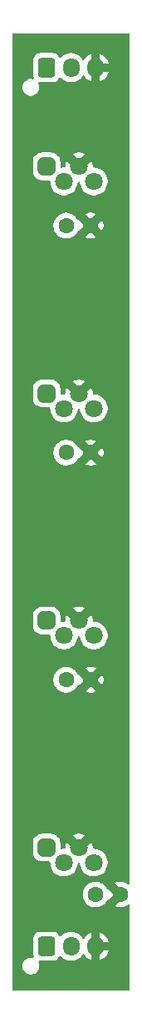
<source format=gbr>
%TF.GenerationSoftware,KiCad,Pcbnew,9.0.2*%
%TF.CreationDate,2025-12-27T16:53:07-07:00*%
%TF.ProjectId,LED Holder Logic Gates,4c454420-486f-46c6-9465-72204c6f6769,rev?*%
%TF.SameCoordinates,Original*%
%TF.FileFunction,Copper,L2,Bot*%
%TF.FilePolarity,Positive*%
%FSLAX46Y46*%
G04 Gerber Fmt 4.6, Leading zero omitted, Abs format (unit mm)*
G04 Created by KiCad (PCBNEW 9.0.2) date 2025-12-27 16:53:07*
%MOMM*%
%LPD*%
G01*
G04 APERTURE LIST*
G04 Aperture macros list*
%AMRoundRect*
0 Rectangle with rounded corners*
0 $1 Rounding radius*
0 $2 $3 $4 $5 $6 $7 $8 $9 X,Y pos of 4 corners*
0 Add a 4 corners polygon primitive as box body*
4,1,4,$2,$3,$4,$5,$6,$7,$8,$9,$2,$3,0*
0 Add four circle primitives for the rounded corners*
1,1,$1+$1,$2,$3*
1,1,$1+$1,$4,$5*
1,1,$1+$1,$6,$7*
1,1,$1+$1,$8,$9*
0 Add four rect primitives between the rounded corners*
20,1,$1+$1,$2,$3,$4,$5,0*
20,1,$1+$1,$4,$5,$6,$7,0*
20,1,$1+$1,$6,$7,$8,$9,0*
20,1,$1+$1,$8,$9,$2,$3,0*%
G04 Aperture macros list end*
%TA.AperFunction,ComponentPad*%
%ADD10C,1.600000*%
%TD*%
%TA.AperFunction,ComponentPad*%
%ADD11RoundRect,0.250000X-0.600000X-0.725000X0.600000X-0.725000X0.600000X0.725000X-0.600000X0.725000X0*%
%TD*%
%TA.AperFunction,ComponentPad*%
%ADD12O,1.700000X1.950000*%
%TD*%
%TA.AperFunction,ComponentPad*%
%ADD13RoundRect,0.450000X-0.450000X-0.450000X0.450000X-0.450000X0.450000X0.450000X-0.450000X0.450000X0*%
%TD*%
%TA.AperFunction,ComponentPad*%
%ADD14C,1.800000*%
%TD*%
G04 APERTURE END LIST*
D10*
%TO.P,C4,1*%
%TO.N,+5V*%
X135000000Y-163750000D03*
%TO.P,C4,2*%
%TO.N,GND*%
X137500000Y-163750000D03*
%TD*%
%TO.P,C3,1*%
%TO.N,+5V*%
X132000000Y-142000000D03*
%TO.P,C3,2*%
%TO.N,GND*%
X134500000Y-142000000D03*
%TD*%
%TO.P,C2,1*%
%TO.N,+5V*%
X132000000Y-119000000D03*
%TO.P,C2,2*%
%TO.N,GND*%
X134500000Y-119000000D03*
%TD*%
%TO.P,C1,1*%
%TO.N,+5V*%
X132000000Y-96000000D03*
%TO.P,C1,2*%
%TO.N,GND*%
X134500000Y-96000000D03*
%TD*%
D11*
%TO.P,J2,1,Pin_1*%
%TO.N,+5V*%
X130000000Y-169000000D03*
D12*
%TO.P,J2,2,Pin_2*%
%TO.N,Net-(D4-DOUT)*%
X132500000Y-169000000D03*
%TO.P,J2,3,Pin_3*%
%TO.N,GND*%
X135000000Y-169000000D03*
%TD*%
D11*
%TO.P,J1,1,Pin_1*%
%TO.N,+5V*%
X130000000Y-80000000D03*
D12*
%TO.P,J1,2,Pin_2*%
%TO.N,Net-(D1-DIN)*%
X132500000Y-80000000D03*
%TO.P,J1,3,Pin_3*%
%TO.N,GND*%
X135000000Y-80000000D03*
%TD*%
D13*
%TO.P,D4,1,DOUT*%
%TO.N,Net-(D4-DOUT)*%
X130000000Y-159000000D03*
D14*
%TO.P,D4,2,VCC*%
%TO.N,+5V*%
X131778000Y-160524000D03*
%TO.P,D4,3,GND*%
%TO.N,GND*%
X133302000Y-159000000D03*
%TO.P,D4,4,DIN*%
%TO.N,Net-(D3-DOUT)*%
X134826000Y-160524000D03*
%TD*%
D13*
%TO.P,D3,1,DOUT*%
%TO.N,Net-(D3-DOUT)*%
X130000000Y-136000000D03*
D14*
%TO.P,D3,2,VCC*%
%TO.N,+5V*%
X131778000Y-137524000D03*
%TO.P,D3,3,GND*%
%TO.N,GND*%
X133302000Y-136000000D03*
%TO.P,D3,4,DIN*%
%TO.N,Net-(D2-DOUT)*%
X134826000Y-137524000D03*
%TD*%
D13*
%TO.P,D2,1,DOUT*%
%TO.N,Net-(D2-DOUT)*%
X130000000Y-113000000D03*
D14*
%TO.P,D2,2,VCC*%
%TO.N,+5V*%
X131778000Y-114524000D03*
%TO.P,D2,3,GND*%
%TO.N,GND*%
X133302000Y-113000000D03*
%TO.P,D2,4,DIN*%
%TO.N,Net-(D1-DOUT)*%
X134826000Y-114524000D03*
%TD*%
D13*
%TO.P,D1,1,DOUT*%
%TO.N,Net-(D1-DOUT)*%
X130000000Y-90000000D03*
D14*
%TO.P,D1,2,VCC*%
%TO.N,+5V*%
X131778000Y-91524000D03*
%TO.P,D1,3,GND*%
%TO.N,GND*%
X133302000Y-90000000D03*
%TO.P,D1,4,DIN*%
%TO.N,Net-(D1-DIN)*%
X134826000Y-91524000D03*
%TD*%
%TA.AperFunction,Conductor*%
%TO.N,GND*%
G36*
X138442539Y-76520185D02*
G01*
X138488294Y-76572989D01*
X138499500Y-76624500D01*
X138499500Y-162625926D01*
X138479815Y-162692965D01*
X138427011Y-162738720D01*
X138357853Y-162748664D01*
X138302615Y-162726244D01*
X138181352Y-162638142D01*
X137999031Y-162545244D01*
X137804417Y-162482009D01*
X137602317Y-162450000D01*
X137397683Y-162450000D01*
X137195581Y-162482010D01*
X137195578Y-162482010D01*
X137000976Y-162545241D01*
X137000965Y-162545246D01*
X136955041Y-162568644D01*
X136955040Y-162568645D01*
X137730516Y-163344121D01*
X137764001Y-163405444D01*
X137761139Y-163445453D01*
X137745606Y-163429920D01*
X137654394Y-163377259D01*
X137552661Y-163350000D01*
X137447339Y-163350000D01*
X137345606Y-163377259D01*
X137254394Y-163429920D01*
X137179920Y-163504394D01*
X137127259Y-163595606D01*
X137100000Y-163697339D01*
X137100000Y-163802661D01*
X137127259Y-163904394D01*
X137179920Y-163995606D01*
X137254394Y-164070080D01*
X137345606Y-164122741D01*
X137447339Y-164150000D01*
X137552661Y-164150000D01*
X137654394Y-164122741D01*
X137745606Y-164070080D01*
X137763242Y-164052443D01*
X137759017Y-164111531D01*
X137730516Y-164155878D01*
X136955040Y-164931354D01*
X137000975Y-164954758D01*
X137195580Y-165017989D01*
X137397683Y-165050000D01*
X137602317Y-165050000D01*
X137804417Y-165017990D01*
X137999031Y-164954755D01*
X138181349Y-164861859D01*
X138302614Y-164773755D01*
X138368420Y-164750275D01*
X138436474Y-164766100D01*
X138485169Y-164816206D01*
X138499500Y-164874073D01*
X138499500Y-173375500D01*
X138479815Y-173442539D01*
X138427011Y-173488294D01*
X138375500Y-173499500D01*
X126624500Y-173499500D01*
X126557461Y-173479815D01*
X126511706Y-173427011D01*
X126500500Y-173375500D01*
X126500500Y-170916228D01*
X127549500Y-170916228D01*
X127549500Y-171083771D01*
X127582182Y-171248074D01*
X127582184Y-171248082D01*
X127646295Y-171402860D01*
X127739373Y-171542162D01*
X127857837Y-171660626D01*
X127950494Y-171722537D01*
X127997137Y-171753703D01*
X128151918Y-171817816D01*
X128316228Y-171850499D01*
X128316232Y-171850500D01*
X128316233Y-171850500D01*
X128483768Y-171850500D01*
X128483769Y-171850499D01*
X128648082Y-171817816D01*
X128802863Y-171753703D01*
X128942162Y-171660626D01*
X129060626Y-171542162D01*
X129153703Y-171402863D01*
X129217816Y-171248082D01*
X129250500Y-171083767D01*
X129250500Y-170916233D01*
X129217816Y-170751918D01*
X129171916Y-170641108D01*
X129164448Y-170571641D01*
X129195723Y-170509162D01*
X129255811Y-170473509D01*
X129299081Y-170470299D01*
X129302300Y-170470627D01*
X129349991Y-170475500D01*
X130650008Y-170475499D01*
X130752797Y-170464999D01*
X130919334Y-170409814D01*
X131068656Y-170317712D01*
X131192712Y-170193656D01*
X131284814Y-170044334D01*
X131284814Y-170044331D01*
X131288178Y-170038879D01*
X131340126Y-169992154D01*
X131409088Y-169980931D01*
X131473170Y-170008774D01*
X131481398Y-170016294D01*
X131620213Y-170155109D01*
X131792179Y-170280048D01*
X131792181Y-170280049D01*
X131792184Y-170280051D01*
X131981588Y-170376557D01*
X132183757Y-170442246D01*
X132393713Y-170475500D01*
X132393714Y-170475500D01*
X132606286Y-170475500D01*
X132606287Y-170475500D01*
X132816243Y-170442246D01*
X133018412Y-170376557D01*
X133207816Y-170280051D01*
X133254275Y-170246297D01*
X133379786Y-170155109D01*
X133379788Y-170155106D01*
X133379792Y-170155104D01*
X133530104Y-170004792D01*
X133649991Y-169839779D01*
X133705320Y-169797115D01*
X133774933Y-169791136D01*
X133836729Y-169823741D01*
X133850627Y-169839781D01*
X133970272Y-170004459D01*
X133970276Y-170004464D01*
X134120535Y-170154723D01*
X134120540Y-170154727D01*
X134292442Y-170279620D01*
X134481779Y-170376094D01*
X134481785Y-170376096D01*
X134549999Y-170398259D01*
X134550000Y-170398259D01*
X135450000Y-170398259D01*
X135518214Y-170376096D01*
X135518220Y-170376094D01*
X135707557Y-170279620D01*
X135879459Y-170154727D01*
X135879464Y-170154723D01*
X136029723Y-170004464D01*
X136029727Y-170004459D01*
X136154620Y-169832557D01*
X136251092Y-169643222D01*
X136313875Y-169450000D01*
X135450000Y-169450000D01*
X135450000Y-170398259D01*
X134550000Y-170398259D01*
X134550000Y-169155837D01*
X134557370Y-169183343D01*
X134619905Y-169291657D01*
X134708343Y-169380095D01*
X134816657Y-169442630D01*
X134937465Y-169475000D01*
X135062535Y-169475000D01*
X135183343Y-169442630D01*
X135291657Y-169380095D01*
X135380095Y-169291657D01*
X135442630Y-169183343D01*
X135475000Y-169062535D01*
X135475000Y-168937465D01*
X135442630Y-168816657D01*
X135380095Y-168708343D01*
X135291657Y-168619905D01*
X135183343Y-168557370D01*
X135155837Y-168550000D01*
X135450000Y-168550000D01*
X136313875Y-168550000D01*
X136313874Y-168549999D01*
X136251092Y-168356777D01*
X136154620Y-168167442D01*
X136029727Y-167995540D01*
X136029723Y-167995535D01*
X135879464Y-167845276D01*
X135879459Y-167845272D01*
X135707557Y-167720379D01*
X135518222Y-167623907D01*
X135450000Y-167601740D01*
X135450000Y-168550000D01*
X135155837Y-168550000D01*
X135062535Y-168525000D01*
X134937465Y-168525000D01*
X134816657Y-168557370D01*
X134708343Y-168619905D01*
X134619905Y-168708343D01*
X134557370Y-168816657D01*
X134550000Y-168844162D01*
X134550000Y-167601740D01*
X134549999Y-167601740D01*
X134481777Y-167623907D01*
X134292442Y-167720379D01*
X134120540Y-167845272D01*
X134120535Y-167845276D01*
X133970276Y-167995535D01*
X133970272Y-167995540D01*
X133850627Y-168160218D01*
X133795297Y-168202884D01*
X133725684Y-168208863D01*
X133663889Y-168176257D01*
X133649991Y-168160218D01*
X133530109Y-167995214D01*
X133530105Y-167995209D01*
X133379786Y-167844890D01*
X133207820Y-167719951D01*
X133018414Y-167623444D01*
X133018413Y-167623443D01*
X133018412Y-167623443D01*
X132816243Y-167557754D01*
X132816241Y-167557753D01*
X132816240Y-167557753D01*
X132654957Y-167532208D01*
X132606287Y-167524500D01*
X132393713Y-167524500D01*
X132345042Y-167532208D01*
X132183760Y-167557753D01*
X131981585Y-167623444D01*
X131792179Y-167719951D01*
X131620215Y-167844889D01*
X131481398Y-167983706D01*
X131420075Y-168017190D01*
X131350383Y-168012206D01*
X131294450Y-167970334D01*
X131288178Y-167961120D01*
X131192712Y-167806344D01*
X131068657Y-167682289D01*
X131068656Y-167682288D01*
X130919334Y-167590186D01*
X130752797Y-167535001D01*
X130752795Y-167535000D01*
X130650010Y-167524500D01*
X129349998Y-167524500D01*
X129349981Y-167524501D01*
X129247203Y-167535000D01*
X129247200Y-167535001D01*
X129080668Y-167590185D01*
X129080663Y-167590187D01*
X128931342Y-167682289D01*
X128807289Y-167806342D01*
X128715187Y-167955663D01*
X128715185Y-167955668D01*
X128710325Y-167970334D01*
X128660001Y-168122203D01*
X128660001Y-168122204D01*
X128660000Y-168122204D01*
X128649500Y-168224983D01*
X128649500Y-169775001D01*
X128649501Y-169775018D01*
X128660000Y-169877796D01*
X128660001Y-169877799D01*
X128701830Y-170004028D01*
X128704232Y-170073856D01*
X128668500Y-170133898D01*
X128605980Y-170165091D01*
X128559934Y-170164650D01*
X128508015Y-170154323D01*
X128483767Y-170149500D01*
X128316233Y-170149500D01*
X128316228Y-170149500D01*
X128151925Y-170182182D01*
X128151917Y-170182184D01*
X127997139Y-170246295D01*
X127857837Y-170339373D01*
X127739373Y-170457837D01*
X127646295Y-170597139D01*
X127582184Y-170751917D01*
X127582182Y-170751925D01*
X127549500Y-170916228D01*
X126500500Y-170916228D01*
X126500500Y-163647648D01*
X133699500Y-163647648D01*
X133699500Y-163852351D01*
X133731522Y-164054534D01*
X133794781Y-164249223D01*
X133887715Y-164431613D01*
X134008028Y-164597213D01*
X134152786Y-164741971D01*
X134254964Y-164816206D01*
X134318390Y-164862287D01*
X134434607Y-164921503D01*
X134500776Y-164955218D01*
X134500778Y-164955218D01*
X134500781Y-164955220D01*
X134605137Y-164989127D01*
X134695465Y-165018477D01*
X134796557Y-165034488D01*
X134897648Y-165050500D01*
X134897649Y-165050500D01*
X135102351Y-165050500D01*
X135102352Y-165050500D01*
X135304534Y-165018477D01*
X135499219Y-164955220D01*
X135681610Y-164862287D01*
X135803465Y-164773755D01*
X135847213Y-164741971D01*
X135847215Y-164741968D01*
X135847219Y-164741966D01*
X135991966Y-164597219D01*
X135991968Y-164597215D01*
X135991971Y-164597213D01*
X136112286Y-164431611D01*
X136151224Y-164355191D01*
X136199198Y-164304395D01*
X136267019Y-164287599D01*
X136281109Y-164289012D01*
X136318646Y-164294958D01*
X136863604Y-163750000D01*
X136863604Y-163749999D01*
X136318645Y-163205040D01*
X136281108Y-163210986D01*
X136211814Y-163202032D01*
X136158362Y-163157036D01*
X136151224Y-163144808D01*
X136150276Y-163142949D01*
X136112287Y-163068390D01*
X136104556Y-163057749D01*
X135991971Y-162902786D01*
X135847213Y-162758028D01*
X135681613Y-162637715D01*
X135681612Y-162637714D01*
X135681610Y-162637713D01*
X135624653Y-162608691D01*
X135499223Y-162544781D01*
X135304534Y-162481522D01*
X135129995Y-162453878D01*
X135102352Y-162449500D01*
X134897648Y-162449500D01*
X134873329Y-162453351D01*
X134695465Y-162481522D01*
X134500776Y-162544781D01*
X134318386Y-162637715D01*
X134152786Y-162758028D01*
X134008028Y-162902786D01*
X133887715Y-163068386D01*
X133794781Y-163250776D01*
X133731522Y-163445465D01*
X133699500Y-163647648D01*
X126500500Y-163647648D01*
X126500500Y-158494863D01*
X128599500Y-158494863D01*
X128599500Y-159505136D01*
X128609582Y-159618548D01*
X128662762Y-159804405D01*
X128662763Y-159804406D01*
X128752266Y-159975751D01*
X128760946Y-159986396D01*
X128874428Y-160125571D01*
X128949339Y-160186652D01*
X129024249Y-160247734D01*
X129195594Y-160337237D01*
X129381448Y-160390417D01*
X129494862Y-160400500D01*
X130253500Y-160400500D01*
X130320539Y-160420185D01*
X130366294Y-160472989D01*
X130377500Y-160524500D01*
X130377500Y-160634221D01*
X130411985Y-160851952D01*
X130480103Y-161061603D01*
X130480104Y-161061606D01*
X130580187Y-161258025D01*
X130709752Y-161436358D01*
X130709756Y-161436363D01*
X130865636Y-161592243D01*
X130865641Y-161592247D01*
X131021192Y-161705260D01*
X131043978Y-161721815D01*
X131172375Y-161787237D01*
X131240393Y-161821895D01*
X131240396Y-161821896D01*
X131345221Y-161855955D01*
X131450049Y-161890015D01*
X131667778Y-161924500D01*
X131667779Y-161924500D01*
X131888221Y-161924500D01*
X131888222Y-161924500D01*
X132105951Y-161890015D01*
X132315606Y-161821895D01*
X132512022Y-161721815D01*
X132690365Y-161592242D01*
X132846242Y-161436365D01*
X132975815Y-161258022D01*
X133075895Y-161061606D01*
X133144015Y-160851951D01*
X133178500Y-160634222D01*
X133178500Y-160634220D01*
X133179262Y-160629410D01*
X133180697Y-160629637D01*
X133203270Y-160570421D01*
X133259503Y-160528953D01*
X133329229Y-160524469D01*
X133390309Y-160558394D01*
X133423353Y-160619957D01*
X133424712Y-160629414D01*
X133424738Y-160629410D01*
X133459985Y-160851952D01*
X133528103Y-161061603D01*
X133528104Y-161061606D01*
X133628187Y-161258025D01*
X133757752Y-161436358D01*
X133757756Y-161436363D01*
X133913636Y-161592243D01*
X133913641Y-161592247D01*
X134069192Y-161705260D01*
X134091978Y-161721815D01*
X134220375Y-161787237D01*
X134288393Y-161821895D01*
X134288396Y-161821896D01*
X134393221Y-161855955D01*
X134498049Y-161890015D01*
X134715778Y-161924500D01*
X134715779Y-161924500D01*
X134936221Y-161924500D01*
X134936222Y-161924500D01*
X135153951Y-161890015D01*
X135363606Y-161821895D01*
X135560022Y-161721815D01*
X135738365Y-161592242D01*
X135894242Y-161436365D01*
X136023815Y-161258022D01*
X136123895Y-161061606D01*
X136192015Y-160851951D01*
X136226500Y-160634222D01*
X136226500Y-160413778D01*
X136192015Y-160196049D01*
X136123895Y-159986394D01*
X136123895Y-159986393D01*
X136089237Y-159918375D01*
X136023815Y-159789978D01*
X136007260Y-159767192D01*
X135894247Y-159611641D01*
X135894243Y-159611636D01*
X135738363Y-159455756D01*
X135738358Y-159455752D01*
X135560025Y-159326187D01*
X135560024Y-159326186D01*
X135560022Y-159326185D01*
X135462130Y-159276306D01*
X135363606Y-159226104D01*
X135363603Y-159226103D01*
X135153952Y-159157985D01*
X135003558Y-159134165D01*
X134936222Y-159123500D01*
X134826000Y-159123500D01*
X134758961Y-159103815D01*
X134713206Y-159051011D01*
X134702000Y-158999500D01*
X134702000Y-158889818D01*
X134667526Y-158672164D01*
X134599429Y-158462584D01*
X134557702Y-158380691D01*
X133707878Y-159230516D01*
X133679617Y-159245947D01*
X133721333Y-159173694D01*
X133752000Y-159059244D01*
X133752000Y-158940756D01*
X133721333Y-158826306D01*
X133662090Y-158723694D01*
X133578306Y-158639910D01*
X133475694Y-158580667D01*
X133361244Y-158550000D01*
X133242756Y-158550000D01*
X133128306Y-158580667D01*
X133025694Y-158639910D01*
X132941910Y-158723694D01*
X132882667Y-158826306D01*
X132852000Y-158940756D01*
X132852000Y-159059244D01*
X132882667Y-159173694D01*
X132926891Y-159250292D01*
X132896121Y-159230517D01*
X132046295Y-158380691D01*
X132004568Y-158462587D01*
X131936473Y-158672164D01*
X131902000Y-158889818D01*
X131902000Y-158999500D01*
X131882315Y-159066539D01*
X131829511Y-159112294D01*
X131778000Y-159123500D01*
X131667778Y-159123500D01*
X131543897Y-159143120D01*
X131474604Y-159134165D01*
X131421152Y-159089169D01*
X131400513Y-159022417D01*
X131400500Y-159020647D01*
X131400500Y-158494869D01*
X131400500Y-158494862D01*
X131390417Y-158381448D01*
X131337237Y-158195594D01*
X131247734Y-158024249D01*
X131186652Y-157949339D01*
X131125571Y-157874428D01*
X131033700Y-157799518D01*
X130975751Y-157752266D01*
X130960491Y-157744295D01*
X132682691Y-157744295D01*
X133302000Y-158363604D01*
X133302001Y-158363604D01*
X133921306Y-157744296D01*
X133839413Y-157702568D01*
X133839410Y-157702567D01*
X133629835Y-157634473D01*
X133412181Y-157600000D01*
X133191819Y-157600000D01*
X132974164Y-157634473D01*
X132764587Y-157702568D01*
X132682691Y-157744295D01*
X130960491Y-157744295D01*
X130880607Y-157702567D01*
X130804405Y-157662762D01*
X130649845Y-157618537D01*
X130618552Y-157609583D01*
X130618551Y-157609582D01*
X130618548Y-157609582D01*
X130529662Y-157601680D01*
X130505138Y-157599500D01*
X129494862Y-157599500D01*
X129482599Y-157600590D01*
X129381451Y-157609582D01*
X129195594Y-157662762D01*
X129024250Y-157752265D01*
X128874428Y-157874428D01*
X128752265Y-158024250D01*
X128662762Y-158195594D01*
X128609582Y-158381451D01*
X128599500Y-158494863D01*
X126500500Y-158494863D01*
X126500500Y-141897648D01*
X130699500Y-141897648D01*
X130699500Y-142102351D01*
X130731522Y-142304534D01*
X130794781Y-142499223D01*
X130887715Y-142681613D01*
X131008028Y-142847213D01*
X131152786Y-142991971D01*
X131307749Y-143104556D01*
X131318390Y-143112287D01*
X131434607Y-143171503D01*
X131500776Y-143205218D01*
X131500778Y-143205218D01*
X131500781Y-143205220D01*
X131605137Y-143239127D01*
X131695465Y-143268477D01*
X131796557Y-143284488D01*
X131897648Y-143300500D01*
X131897649Y-143300500D01*
X132102351Y-143300500D01*
X132102352Y-143300500D01*
X132304534Y-143268477D01*
X132499219Y-143205220D01*
X132546059Y-143181354D01*
X133955040Y-143181354D01*
X134000975Y-143204758D01*
X134195580Y-143267989D01*
X134397683Y-143300000D01*
X134602317Y-143300000D01*
X134804417Y-143267990D01*
X134999031Y-143204755D01*
X135044958Y-143181353D01*
X134500001Y-142636396D01*
X134500000Y-142636396D01*
X133955040Y-143181354D01*
X132546059Y-143181354D01*
X132681610Y-143112287D01*
X132783817Y-143038030D01*
X132783819Y-143038029D01*
X132847212Y-142991971D01*
X132847210Y-142991971D01*
X132847219Y-142991966D01*
X132991966Y-142847219D01*
X132991968Y-142847215D01*
X132991971Y-142847213D01*
X133112286Y-142681611D01*
X133135325Y-142636396D01*
X133151225Y-142605189D01*
X133199198Y-142554395D01*
X133267019Y-142537599D01*
X133281109Y-142539012D01*
X133318646Y-142544958D01*
X133863604Y-142000000D01*
X133863604Y-141999999D01*
X133810944Y-141947339D01*
X134100000Y-141947339D01*
X134100000Y-142052661D01*
X134127259Y-142154394D01*
X134179920Y-142245606D01*
X134254394Y-142320080D01*
X134345606Y-142372741D01*
X134447339Y-142400000D01*
X134552661Y-142400000D01*
X134654394Y-142372741D01*
X134745606Y-142320080D01*
X134820080Y-142245606D01*
X134872741Y-142154394D01*
X134900000Y-142052661D01*
X134900000Y-141999999D01*
X135136396Y-141999999D01*
X135136396Y-142000000D01*
X135681353Y-142544957D01*
X135704755Y-142499031D01*
X135767990Y-142304417D01*
X135800000Y-142102317D01*
X135800000Y-141897682D01*
X135767989Y-141695581D01*
X135767989Y-141695578D01*
X135704758Y-141500976D01*
X135704758Y-141500975D01*
X135681354Y-141455040D01*
X135136396Y-141999999D01*
X134900000Y-141999999D01*
X134900000Y-141947339D01*
X134872741Y-141845606D01*
X134820080Y-141754394D01*
X134745606Y-141679920D01*
X134654394Y-141627259D01*
X134552661Y-141600000D01*
X134447339Y-141600000D01*
X134345606Y-141627259D01*
X134254394Y-141679920D01*
X134179920Y-141754394D01*
X134127259Y-141845606D01*
X134100000Y-141947339D01*
X133810944Y-141947339D01*
X133318645Y-141455040D01*
X133281108Y-141460986D01*
X133211814Y-141452032D01*
X133158362Y-141407036D01*
X133151224Y-141394808D01*
X133150276Y-141392949D01*
X133112287Y-141318390D01*
X133104556Y-141307749D01*
X132991971Y-141152786D01*
X132847219Y-141008034D01*
X132783815Y-140961969D01*
X132783813Y-140961966D01*
X132681613Y-140887715D01*
X132681612Y-140887714D01*
X132681610Y-140887713D01*
X132624653Y-140858691D01*
X132546059Y-140818645D01*
X133955040Y-140818645D01*
X134500000Y-141363604D01*
X134500001Y-141363604D01*
X135044958Y-140818645D01*
X134999024Y-140795242D01*
X134999022Y-140795241D01*
X134804419Y-140732010D01*
X134602317Y-140700000D01*
X134397683Y-140700000D01*
X134195581Y-140732010D01*
X134195578Y-140732010D01*
X134000976Y-140795241D01*
X134000965Y-140795246D01*
X133955041Y-140818644D01*
X133955040Y-140818645D01*
X132546059Y-140818645D01*
X132499223Y-140794781D01*
X132304534Y-140731522D01*
X132129995Y-140703878D01*
X132102352Y-140699500D01*
X131897648Y-140699500D01*
X131873329Y-140703351D01*
X131695465Y-140731522D01*
X131500776Y-140794781D01*
X131318386Y-140887715D01*
X131152786Y-141008028D01*
X131008028Y-141152786D01*
X130887715Y-141318386D01*
X130794781Y-141500776D01*
X130731522Y-141695465D01*
X130699500Y-141897648D01*
X126500500Y-141897648D01*
X126500500Y-135494863D01*
X128599500Y-135494863D01*
X128599500Y-136505136D01*
X128609582Y-136618548D01*
X128662762Y-136804405D01*
X128662763Y-136804406D01*
X128752266Y-136975751D01*
X128760946Y-136986396D01*
X128874428Y-137125571D01*
X128949339Y-137186652D01*
X129024249Y-137247734D01*
X129195594Y-137337237D01*
X129381448Y-137390417D01*
X129494862Y-137400500D01*
X130253500Y-137400500D01*
X130320539Y-137420185D01*
X130366294Y-137472989D01*
X130377500Y-137524500D01*
X130377500Y-137634221D01*
X130411985Y-137851952D01*
X130480103Y-138061603D01*
X130480104Y-138061606D01*
X130580187Y-138258025D01*
X130709752Y-138436358D01*
X130709756Y-138436363D01*
X130865636Y-138592243D01*
X130865641Y-138592247D01*
X131021192Y-138705260D01*
X131043978Y-138721815D01*
X131172375Y-138787237D01*
X131240393Y-138821895D01*
X131240396Y-138821896D01*
X131345221Y-138855955D01*
X131450049Y-138890015D01*
X131667778Y-138924500D01*
X131667779Y-138924500D01*
X131888221Y-138924500D01*
X131888222Y-138924500D01*
X132105951Y-138890015D01*
X132315606Y-138821895D01*
X132512022Y-138721815D01*
X132690365Y-138592242D01*
X132846242Y-138436365D01*
X132975815Y-138258022D01*
X133075895Y-138061606D01*
X133144015Y-137851951D01*
X133178500Y-137634222D01*
X133178500Y-137634220D01*
X133179262Y-137629410D01*
X133180697Y-137629637D01*
X133203270Y-137570421D01*
X133259503Y-137528953D01*
X133329229Y-137524469D01*
X133390309Y-137558394D01*
X133423353Y-137619957D01*
X133424712Y-137629414D01*
X133424738Y-137629410D01*
X133459985Y-137851952D01*
X133528103Y-138061603D01*
X133528104Y-138061606D01*
X133628187Y-138258025D01*
X133757752Y-138436358D01*
X133757756Y-138436363D01*
X133913636Y-138592243D01*
X133913641Y-138592247D01*
X134069192Y-138705260D01*
X134091978Y-138721815D01*
X134220375Y-138787237D01*
X134288393Y-138821895D01*
X134288396Y-138821896D01*
X134393221Y-138855955D01*
X134498049Y-138890015D01*
X134715778Y-138924500D01*
X134715779Y-138924500D01*
X134936221Y-138924500D01*
X134936222Y-138924500D01*
X135153951Y-138890015D01*
X135363606Y-138821895D01*
X135560022Y-138721815D01*
X135738365Y-138592242D01*
X135894242Y-138436365D01*
X136023815Y-138258022D01*
X136123895Y-138061606D01*
X136192015Y-137851951D01*
X136226500Y-137634222D01*
X136226500Y-137413778D01*
X136192015Y-137196049D01*
X136123895Y-136986394D01*
X136123895Y-136986393D01*
X136089237Y-136918375D01*
X136023815Y-136789978D01*
X136007260Y-136767192D01*
X135894247Y-136611641D01*
X135894243Y-136611636D01*
X135738363Y-136455756D01*
X135738358Y-136455752D01*
X135560025Y-136326187D01*
X135560024Y-136326186D01*
X135560022Y-136326185D01*
X135462130Y-136276306D01*
X135363606Y-136226104D01*
X135363603Y-136226103D01*
X135153952Y-136157985D01*
X135003558Y-136134165D01*
X134936222Y-136123500D01*
X134826000Y-136123500D01*
X134758961Y-136103815D01*
X134713206Y-136051011D01*
X134702000Y-135999500D01*
X134702000Y-135889818D01*
X134667526Y-135672164D01*
X134599429Y-135462584D01*
X134557702Y-135380691D01*
X133707878Y-136230516D01*
X133679617Y-136245947D01*
X133721333Y-136173694D01*
X133752000Y-136059244D01*
X133752000Y-135940756D01*
X133721333Y-135826306D01*
X133662090Y-135723694D01*
X133578306Y-135639910D01*
X133475694Y-135580667D01*
X133361244Y-135550000D01*
X133242756Y-135550000D01*
X133128306Y-135580667D01*
X133025694Y-135639910D01*
X132941910Y-135723694D01*
X132882667Y-135826306D01*
X132852000Y-135940756D01*
X132852000Y-136059244D01*
X132882667Y-136173694D01*
X132926891Y-136250292D01*
X132896121Y-136230517D01*
X132046295Y-135380691D01*
X132004568Y-135462587D01*
X131936473Y-135672164D01*
X131902000Y-135889818D01*
X131902000Y-135999500D01*
X131882315Y-136066539D01*
X131829511Y-136112294D01*
X131778000Y-136123500D01*
X131667778Y-136123500D01*
X131543897Y-136143120D01*
X131474604Y-136134165D01*
X131421152Y-136089169D01*
X131400513Y-136022417D01*
X131400500Y-136020647D01*
X131400500Y-135494869D01*
X131400500Y-135494862D01*
X131390417Y-135381448D01*
X131337237Y-135195594D01*
X131247734Y-135024249D01*
X131186652Y-134949339D01*
X131125571Y-134874428D01*
X131033700Y-134799518D01*
X130975751Y-134752266D01*
X130960491Y-134744295D01*
X132682691Y-134744295D01*
X133302000Y-135363604D01*
X133302001Y-135363604D01*
X133921306Y-134744296D01*
X133839413Y-134702568D01*
X133839410Y-134702567D01*
X133629835Y-134634473D01*
X133412181Y-134600000D01*
X133191819Y-134600000D01*
X132974164Y-134634473D01*
X132764587Y-134702568D01*
X132682691Y-134744295D01*
X130960491Y-134744295D01*
X130880607Y-134702567D01*
X130804405Y-134662762D01*
X130649845Y-134618537D01*
X130618552Y-134609583D01*
X130618551Y-134609582D01*
X130618548Y-134609582D01*
X130529662Y-134601680D01*
X130505138Y-134599500D01*
X129494862Y-134599500D01*
X129482599Y-134600590D01*
X129381451Y-134609582D01*
X129195594Y-134662762D01*
X129024250Y-134752265D01*
X128874428Y-134874428D01*
X128752265Y-135024250D01*
X128662762Y-135195594D01*
X128609582Y-135381451D01*
X128599500Y-135494863D01*
X126500500Y-135494863D01*
X126500500Y-118897648D01*
X130699500Y-118897648D01*
X130699500Y-119102351D01*
X130731522Y-119304534D01*
X130794781Y-119499223D01*
X130887715Y-119681613D01*
X131008028Y-119847213D01*
X131152786Y-119991971D01*
X131307749Y-120104556D01*
X131318390Y-120112287D01*
X131434607Y-120171503D01*
X131500776Y-120205218D01*
X131500778Y-120205218D01*
X131500781Y-120205220D01*
X131605137Y-120239127D01*
X131695465Y-120268477D01*
X131796557Y-120284488D01*
X131897648Y-120300500D01*
X131897649Y-120300500D01*
X132102351Y-120300500D01*
X132102352Y-120300500D01*
X132304534Y-120268477D01*
X132499219Y-120205220D01*
X132546059Y-120181354D01*
X133955040Y-120181354D01*
X134000975Y-120204758D01*
X134195580Y-120267989D01*
X134397683Y-120300000D01*
X134602317Y-120300000D01*
X134804417Y-120267990D01*
X134999031Y-120204755D01*
X135044958Y-120181353D01*
X134500001Y-119636396D01*
X134500000Y-119636396D01*
X133955040Y-120181354D01*
X132546059Y-120181354D01*
X132681610Y-120112287D01*
X132783817Y-120038030D01*
X132783819Y-120038029D01*
X132847212Y-119991971D01*
X132847210Y-119991971D01*
X132847219Y-119991966D01*
X132991966Y-119847219D01*
X132991968Y-119847215D01*
X132991971Y-119847213D01*
X133112286Y-119681611D01*
X133135325Y-119636396D01*
X133151225Y-119605189D01*
X133199198Y-119554395D01*
X133267019Y-119537599D01*
X133281109Y-119539012D01*
X133318646Y-119544958D01*
X133863604Y-119000000D01*
X133863604Y-118999999D01*
X133810944Y-118947339D01*
X134100000Y-118947339D01*
X134100000Y-119052661D01*
X134127259Y-119154394D01*
X134179920Y-119245606D01*
X134254394Y-119320080D01*
X134345606Y-119372741D01*
X134447339Y-119400000D01*
X134552661Y-119400000D01*
X134654394Y-119372741D01*
X134745606Y-119320080D01*
X134820080Y-119245606D01*
X134872741Y-119154394D01*
X134900000Y-119052661D01*
X134900000Y-118999999D01*
X135136396Y-118999999D01*
X135136396Y-119000000D01*
X135681353Y-119544957D01*
X135704755Y-119499031D01*
X135767990Y-119304417D01*
X135800000Y-119102317D01*
X135800000Y-118897682D01*
X135767989Y-118695581D01*
X135767989Y-118695578D01*
X135704758Y-118500976D01*
X135704758Y-118500975D01*
X135681354Y-118455040D01*
X135136396Y-118999999D01*
X134900000Y-118999999D01*
X134900000Y-118947339D01*
X134872741Y-118845606D01*
X134820080Y-118754394D01*
X134745606Y-118679920D01*
X134654394Y-118627259D01*
X134552661Y-118600000D01*
X134447339Y-118600000D01*
X134345606Y-118627259D01*
X134254394Y-118679920D01*
X134179920Y-118754394D01*
X134127259Y-118845606D01*
X134100000Y-118947339D01*
X133810944Y-118947339D01*
X133318645Y-118455040D01*
X133281108Y-118460986D01*
X133211814Y-118452032D01*
X133158362Y-118407036D01*
X133151224Y-118394808D01*
X133150276Y-118392949D01*
X133112287Y-118318390D01*
X133104556Y-118307749D01*
X132991971Y-118152786D01*
X132847219Y-118008034D01*
X132783815Y-117961969D01*
X132783813Y-117961966D01*
X132681613Y-117887715D01*
X132681612Y-117887714D01*
X132681610Y-117887713D01*
X132624653Y-117858691D01*
X132546059Y-117818645D01*
X133955040Y-117818645D01*
X134500000Y-118363604D01*
X134500001Y-118363604D01*
X135044958Y-117818645D01*
X134999024Y-117795242D01*
X134999022Y-117795241D01*
X134804419Y-117732010D01*
X134602317Y-117700000D01*
X134397683Y-117700000D01*
X134195581Y-117732010D01*
X134195578Y-117732010D01*
X134000976Y-117795241D01*
X134000965Y-117795246D01*
X133955041Y-117818644D01*
X133955040Y-117818645D01*
X132546059Y-117818645D01*
X132499223Y-117794781D01*
X132304534Y-117731522D01*
X132129995Y-117703878D01*
X132102352Y-117699500D01*
X131897648Y-117699500D01*
X131873329Y-117703351D01*
X131695465Y-117731522D01*
X131500776Y-117794781D01*
X131318386Y-117887715D01*
X131152786Y-118008028D01*
X131008028Y-118152786D01*
X130887715Y-118318386D01*
X130794781Y-118500776D01*
X130731522Y-118695465D01*
X130699500Y-118897648D01*
X126500500Y-118897648D01*
X126500500Y-112494863D01*
X128599500Y-112494863D01*
X128599500Y-113505136D01*
X128609582Y-113618548D01*
X128662762Y-113804405D01*
X128662763Y-113804406D01*
X128752266Y-113975751D01*
X128760946Y-113986396D01*
X128874428Y-114125571D01*
X128949339Y-114186652D01*
X129024249Y-114247734D01*
X129195594Y-114337237D01*
X129381448Y-114390417D01*
X129494862Y-114400500D01*
X130253500Y-114400500D01*
X130320539Y-114420185D01*
X130366294Y-114472989D01*
X130377500Y-114524500D01*
X130377500Y-114634221D01*
X130411985Y-114851952D01*
X130480103Y-115061603D01*
X130480104Y-115061606D01*
X130580187Y-115258025D01*
X130709752Y-115436358D01*
X130709756Y-115436363D01*
X130865636Y-115592243D01*
X130865641Y-115592247D01*
X131021192Y-115705260D01*
X131043978Y-115721815D01*
X131172375Y-115787237D01*
X131240393Y-115821895D01*
X131240396Y-115821896D01*
X131345221Y-115855955D01*
X131450049Y-115890015D01*
X131667778Y-115924500D01*
X131667779Y-115924500D01*
X131888221Y-115924500D01*
X131888222Y-115924500D01*
X132105951Y-115890015D01*
X132315606Y-115821895D01*
X132512022Y-115721815D01*
X132690365Y-115592242D01*
X132846242Y-115436365D01*
X132975815Y-115258022D01*
X133075895Y-115061606D01*
X133144015Y-114851951D01*
X133178500Y-114634222D01*
X133178500Y-114634220D01*
X133179262Y-114629410D01*
X133180697Y-114629637D01*
X133203270Y-114570421D01*
X133259503Y-114528953D01*
X133329229Y-114524469D01*
X133390309Y-114558394D01*
X133423353Y-114619957D01*
X133424712Y-114629414D01*
X133424738Y-114629410D01*
X133459985Y-114851952D01*
X133528103Y-115061603D01*
X133528104Y-115061606D01*
X133628187Y-115258025D01*
X133757752Y-115436358D01*
X133757756Y-115436363D01*
X133913636Y-115592243D01*
X133913641Y-115592247D01*
X134069192Y-115705260D01*
X134091978Y-115721815D01*
X134220375Y-115787237D01*
X134288393Y-115821895D01*
X134288396Y-115821896D01*
X134393221Y-115855955D01*
X134498049Y-115890015D01*
X134715778Y-115924500D01*
X134715779Y-115924500D01*
X134936221Y-115924500D01*
X134936222Y-115924500D01*
X135153951Y-115890015D01*
X135363606Y-115821895D01*
X135560022Y-115721815D01*
X135738365Y-115592242D01*
X135894242Y-115436365D01*
X136023815Y-115258022D01*
X136123895Y-115061606D01*
X136192015Y-114851951D01*
X136226500Y-114634222D01*
X136226500Y-114413778D01*
X136192015Y-114196049D01*
X136123895Y-113986394D01*
X136123895Y-113986393D01*
X136089237Y-113918375D01*
X136023815Y-113789978D01*
X136007260Y-113767192D01*
X135894247Y-113611641D01*
X135894243Y-113611636D01*
X135738363Y-113455756D01*
X135738358Y-113455752D01*
X135560025Y-113326187D01*
X135560024Y-113326186D01*
X135560022Y-113326185D01*
X135462130Y-113276306D01*
X135363606Y-113226104D01*
X135363603Y-113226103D01*
X135153952Y-113157985D01*
X135003558Y-113134165D01*
X134936222Y-113123500D01*
X134826000Y-113123500D01*
X134758961Y-113103815D01*
X134713206Y-113051011D01*
X134702000Y-112999500D01*
X134702000Y-112889818D01*
X134667526Y-112672164D01*
X134599429Y-112462584D01*
X134557702Y-112380691D01*
X133707878Y-113230516D01*
X133679617Y-113245947D01*
X133721333Y-113173694D01*
X133752000Y-113059244D01*
X133752000Y-112940756D01*
X133721333Y-112826306D01*
X133662090Y-112723694D01*
X133578306Y-112639910D01*
X133475694Y-112580667D01*
X133361244Y-112550000D01*
X133242756Y-112550000D01*
X133128306Y-112580667D01*
X133025694Y-112639910D01*
X132941910Y-112723694D01*
X132882667Y-112826306D01*
X132852000Y-112940756D01*
X132852000Y-113059244D01*
X132882667Y-113173694D01*
X132926891Y-113250292D01*
X132896121Y-113230517D01*
X132046295Y-112380691D01*
X132004568Y-112462587D01*
X131936473Y-112672164D01*
X131902000Y-112889818D01*
X131902000Y-112999500D01*
X131882315Y-113066539D01*
X131829511Y-113112294D01*
X131778000Y-113123500D01*
X131667778Y-113123500D01*
X131543897Y-113143120D01*
X131474604Y-113134165D01*
X131421152Y-113089169D01*
X131400513Y-113022417D01*
X131400500Y-113020647D01*
X131400500Y-112494869D01*
X131400500Y-112494862D01*
X131390417Y-112381448D01*
X131337237Y-112195594D01*
X131247734Y-112024249D01*
X131186652Y-111949339D01*
X131125571Y-111874428D01*
X131033700Y-111799518D01*
X130975751Y-111752266D01*
X130960491Y-111744295D01*
X132682691Y-111744295D01*
X133302000Y-112363604D01*
X133302001Y-112363604D01*
X133921306Y-111744296D01*
X133839413Y-111702568D01*
X133839410Y-111702567D01*
X133629835Y-111634473D01*
X133412181Y-111600000D01*
X133191819Y-111600000D01*
X132974164Y-111634473D01*
X132764587Y-111702568D01*
X132682691Y-111744295D01*
X130960491Y-111744295D01*
X130880607Y-111702567D01*
X130804405Y-111662762D01*
X130649845Y-111618537D01*
X130618552Y-111609583D01*
X130618551Y-111609582D01*
X130618548Y-111609582D01*
X130529662Y-111601680D01*
X130505138Y-111599500D01*
X129494862Y-111599500D01*
X129482599Y-111600590D01*
X129381451Y-111609582D01*
X129195594Y-111662762D01*
X129024250Y-111752265D01*
X128874428Y-111874428D01*
X128752265Y-112024250D01*
X128662762Y-112195594D01*
X128609582Y-112381451D01*
X128599500Y-112494863D01*
X126500500Y-112494863D01*
X126500500Y-95897648D01*
X130699500Y-95897648D01*
X130699500Y-96102351D01*
X130731522Y-96304534D01*
X130794781Y-96499223D01*
X130887715Y-96681613D01*
X131008028Y-96847213D01*
X131152786Y-96991971D01*
X131307749Y-97104556D01*
X131318390Y-97112287D01*
X131434607Y-97171503D01*
X131500776Y-97205218D01*
X131500778Y-97205218D01*
X131500781Y-97205220D01*
X131605137Y-97239127D01*
X131695465Y-97268477D01*
X131796557Y-97284488D01*
X131897648Y-97300500D01*
X131897649Y-97300500D01*
X132102351Y-97300500D01*
X132102352Y-97300500D01*
X132304534Y-97268477D01*
X132499219Y-97205220D01*
X132546059Y-97181354D01*
X133955040Y-97181354D01*
X134000975Y-97204758D01*
X134195580Y-97267989D01*
X134397683Y-97300000D01*
X134602317Y-97300000D01*
X134804417Y-97267990D01*
X134999031Y-97204755D01*
X135044958Y-97181353D01*
X134500001Y-96636396D01*
X134500000Y-96636396D01*
X133955040Y-97181354D01*
X132546059Y-97181354D01*
X132681610Y-97112287D01*
X132783817Y-97038030D01*
X132783819Y-97038029D01*
X132847212Y-96991971D01*
X132847210Y-96991971D01*
X132847219Y-96991966D01*
X132991966Y-96847219D01*
X132991968Y-96847215D01*
X132991971Y-96847213D01*
X133112286Y-96681611D01*
X133135325Y-96636396D01*
X133151225Y-96605189D01*
X133199198Y-96554395D01*
X133267019Y-96537599D01*
X133281109Y-96539012D01*
X133318646Y-96544958D01*
X133863604Y-96000000D01*
X133863604Y-95999999D01*
X133810944Y-95947339D01*
X134100000Y-95947339D01*
X134100000Y-96052661D01*
X134127259Y-96154394D01*
X134179920Y-96245606D01*
X134254394Y-96320080D01*
X134345606Y-96372741D01*
X134447339Y-96400000D01*
X134552661Y-96400000D01*
X134654394Y-96372741D01*
X134745606Y-96320080D01*
X134820080Y-96245606D01*
X134872741Y-96154394D01*
X134900000Y-96052661D01*
X134900000Y-95999999D01*
X135136396Y-95999999D01*
X135136396Y-96000000D01*
X135681353Y-96544957D01*
X135704755Y-96499031D01*
X135767990Y-96304417D01*
X135800000Y-96102317D01*
X135800000Y-95897682D01*
X135767989Y-95695581D01*
X135767989Y-95695578D01*
X135704758Y-95500976D01*
X135704758Y-95500975D01*
X135681354Y-95455040D01*
X135136396Y-95999999D01*
X134900000Y-95999999D01*
X134900000Y-95947339D01*
X134872741Y-95845606D01*
X134820080Y-95754394D01*
X134745606Y-95679920D01*
X134654394Y-95627259D01*
X134552661Y-95600000D01*
X134447339Y-95600000D01*
X134345606Y-95627259D01*
X134254394Y-95679920D01*
X134179920Y-95754394D01*
X134127259Y-95845606D01*
X134100000Y-95947339D01*
X133810944Y-95947339D01*
X133318645Y-95455040D01*
X133281108Y-95460986D01*
X133211814Y-95452032D01*
X133158362Y-95407036D01*
X133151224Y-95394808D01*
X133150276Y-95392949D01*
X133112287Y-95318390D01*
X133104556Y-95307749D01*
X132991971Y-95152786D01*
X132847219Y-95008034D01*
X132783815Y-94961969D01*
X132783813Y-94961966D01*
X132681613Y-94887715D01*
X132681612Y-94887714D01*
X132681610Y-94887713D01*
X132624653Y-94858691D01*
X132546059Y-94818645D01*
X133955040Y-94818645D01*
X134500000Y-95363604D01*
X134500001Y-95363604D01*
X135044958Y-94818645D01*
X134999024Y-94795242D01*
X134999022Y-94795241D01*
X134804419Y-94732010D01*
X134602317Y-94700000D01*
X134397683Y-94700000D01*
X134195581Y-94732010D01*
X134195578Y-94732010D01*
X134000976Y-94795241D01*
X134000965Y-94795246D01*
X133955041Y-94818644D01*
X133955040Y-94818645D01*
X132546059Y-94818645D01*
X132499223Y-94794781D01*
X132304534Y-94731522D01*
X132129995Y-94703878D01*
X132102352Y-94699500D01*
X131897648Y-94699500D01*
X131873329Y-94703351D01*
X131695465Y-94731522D01*
X131500776Y-94794781D01*
X131318386Y-94887715D01*
X131152786Y-95008028D01*
X131008028Y-95152786D01*
X130887715Y-95318386D01*
X130794781Y-95500776D01*
X130731522Y-95695465D01*
X130699500Y-95897648D01*
X126500500Y-95897648D01*
X126500500Y-89494863D01*
X128599500Y-89494863D01*
X128599500Y-90505136D01*
X128609582Y-90618548D01*
X128662762Y-90804405D01*
X128662763Y-90804406D01*
X128752266Y-90975751D01*
X128760946Y-90986396D01*
X128874428Y-91125571D01*
X128949339Y-91186652D01*
X129024249Y-91247734D01*
X129195594Y-91337237D01*
X129381448Y-91390417D01*
X129494862Y-91400500D01*
X130253500Y-91400500D01*
X130320539Y-91420185D01*
X130366294Y-91472989D01*
X130377500Y-91524500D01*
X130377500Y-91634221D01*
X130411985Y-91851952D01*
X130480103Y-92061603D01*
X130480104Y-92061606D01*
X130580187Y-92258025D01*
X130709752Y-92436358D01*
X130709756Y-92436363D01*
X130865636Y-92592243D01*
X130865641Y-92592247D01*
X131021192Y-92705260D01*
X131043978Y-92721815D01*
X131172375Y-92787237D01*
X131240393Y-92821895D01*
X131240396Y-92821896D01*
X131345221Y-92855955D01*
X131450049Y-92890015D01*
X131667778Y-92924500D01*
X131667779Y-92924500D01*
X131888221Y-92924500D01*
X131888222Y-92924500D01*
X132105951Y-92890015D01*
X132315606Y-92821895D01*
X132512022Y-92721815D01*
X132690365Y-92592242D01*
X132846242Y-92436365D01*
X132975815Y-92258022D01*
X133075895Y-92061606D01*
X133144015Y-91851951D01*
X133178500Y-91634222D01*
X133178500Y-91634220D01*
X133179262Y-91629410D01*
X133180697Y-91629637D01*
X133203270Y-91570421D01*
X133259503Y-91528953D01*
X133329229Y-91524469D01*
X133390309Y-91558394D01*
X133423353Y-91619957D01*
X133424712Y-91629414D01*
X133424738Y-91629410D01*
X133459985Y-91851952D01*
X133528103Y-92061603D01*
X133528104Y-92061606D01*
X133628187Y-92258025D01*
X133757752Y-92436358D01*
X133757756Y-92436363D01*
X133913636Y-92592243D01*
X133913641Y-92592247D01*
X134069192Y-92705260D01*
X134091978Y-92721815D01*
X134220375Y-92787237D01*
X134288393Y-92821895D01*
X134288396Y-92821896D01*
X134393221Y-92855955D01*
X134498049Y-92890015D01*
X134715778Y-92924500D01*
X134715779Y-92924500D01*
X134936221Y-92924500D01*
X134936222Y-92924500D01*
X135153951Y-92890015D01*
X135363606Y-92821895D01*
X135560022Y-92721815D01*
X135738365Y-92592242D01*
X135894242Y-92436365D01*
X136023815Y-92258022D01*
X136123895Y-92061606D01*
X136192015Y-91851951D01*
X136226500Y-91634222D01*
X136226500Y-91413778D01*
X136192015Y-91196049D01*
X136123895Y-90986394D01*
X136123895Y-90986393D01*
X136089237Y-90918375D01*
X136023815Y-90789978D01*
X136007260Y-90767192D01*
X135894247Y-90611641D01*
X135894243Y-90611636D01*
X135738363Y-90455756D01*
X135738358Y-90455752D01*
X135560025Y-90326187D01*
X135560024Y-90326186D01*
X135560022Y-90326185D01*
X135462130Y-90276306D01*
X135363606Y-90226104D01*
X135363603Y-90226103D01*
X135153952Y-90157985D01*
X135003558Y-90134165D01*
X134936222Y-90123500D01*
X134826000Y-90123500D01*
X134758961Y-90103815D01*
X134713206Y-90051011D01*
X134702000Y-89999500D01*
X134702000Y-89889818D01*
X134667526Y-89672164D01*
X134599429Y-89462584D01*
X134557702Y-89380691D01*
X133707878Y-90230516D01*
X133679617Y-90245947D01*
X133721333Y-90173694D01*
X133752000Y-90059244D01*
X133752000Y-89940756D01*
X133721333Y-89826306D01*
X133662090Y-89723694D01*
X133578306Y-89639910D01*
X133475694Y-89580667D01*
X133361244Y-89550000D01*
X133242756Y-89550000D01*
X133128306Y-89580667D01*
X133025694Y-89639910D01*
X132941910Y-89723694D01*
X132882667Y-89826306D01*
X132852000Y-89940756D01*
X132852000Y-90059244D01*
X132882667Y-90173694D01*
X132926891Y-90250292D01*
X132896121Y-90230517D01*
X132046295Y-89380691D01*
X132004568Y-89462587D01*
X131936473Y-89672164D01*
X131902000Y-89889818D01*
X131902000Y-89999500D01*
X131882315Y-90066539D01*
X131829511Y-90112294D01*
X131778000Y-90123500D01*
X131667778Y-90123500D01*
X131543897Y-90143120D01*
X131474604Y-90134165D01*
X131421152Y-90089169D01*
X131400513Y-90022417D01*
X131400500Y-90020647D01*
X131400500Y-89494869D01*
X131400500Y-89494862D01*
X131390417Y-89381448D01*
X131337237Y-89195594D01*
X131247734Y-89024249D01*
X131186652Y-88949339D01*
X131125571Y-88874428D01*
X131033700Y-88799518D01*
X130975751Y-88752266D01*
X130960491Y-88744295D01*
X132682691Y-88744295D01*
X133302000Y-89363604D01*
X133302001Y-89363604D01*
X133921306Y-88744296D01*
X133839413Y-88702568D01*
X133839410Y-88702567D01*
X133629835Y-88634473D01*
X133412181Y-88600000D01*
X133191819Y-88600000D01*
X132974164Y-88634473D01*
X132764587Y-88702568D01*
X132682691Y-88744295D01*
X130960491Y-88744295D01*
X130880607Y-88702567D01*
X130804405Y-88662762D01*
X130649845Y-88618537D01*
X130618552Y-88609583D01*
X130618551Y-88609582D01*
X130618548Y-88609582D01*
X130529662Y-88601680D01*
X130505138Y-88599500D01*
X129494862Y-88599500D01*
X129482599Y-88600590D01*
X129381451Y-88609582D01*
X129195594Y-88662762D01*
X129024250Y-88752265D01*
X128874428Y-88874428D01*
X128752265Y-89024250D01*
X128662762Y-89195594D01*
X128609582Y-89381451D01*
X128599500Y-89494863D01*
X126500500Y-89494863D01*
X126500500Y-81916228D01*
X127549500Y-81916228D01*
X127549500Y-82083771D01*
X127582182Y-82248074D01*
X127582184Y-82248082D01*
X127646295Y-82402860D01*
X127739373Y-82542162D01*
X127857837Y-82660626D01*
X127950494Y-82722537D01*
X127997137Y-82753703D01*
X128151918Y-82817816D01*
X128316228Y-82850499D01*
X128316232Y-82850500D01*
X128316233Y-82850500D01*
X128483768Y-82850500D01*
X128483769Y-82850499D01*
X128648082Y-82817816D01*
X128802863Y-82753703D01*
X128942162Y-82660626D01*
X129060626Y-82542162D01*
X129153703Y-82402863D01*
X129217816Y-82248082D01*
X129250500Y-82083767D01*
X129250500Y-81916233D01*
X129217816Y-81751918D01*
X129171916Y-81641108D01*
X129164448Y-81571641D01*
X129195723Y-81509162D01*
X129255811Y-81473509D01*
X129299081Y-81470299D01*
X129302300Y-81470627D01*
X129349991Y-81475500D01*
X130650008Y-81475499D01*
X130752797Y-81464999D01*
X130919334Y-81409814D01*
X131068656Y-81317712D01*
X131192712Y-81193656D01*
X131284814Y-81044334D01*
X131284814Y-81044331D01*
X131288178Y-81038879D01*
X131340126Y-80992154D01*
X131409088Y-80980931D01*
X131473170Y-81008774D01*
X131481398Y-81016294D01*
X131620213Y-81155109D01*
X131792179Y-81280048D01*
X131792181Y-81280049D01*
X131792184Y-81280051D01*
X131981588Y-81376557D01*
X132183757Y-81442246D01*
X132393713Y-81475500D01*
X132393714Y-81475500D01*
X132606286Y-81475500D01*
X132606287Y-81475500D01*
X132816243Y-81442246D01*
X133018412Y-81376557D01*
X133207816Y-81280051D01*
X133254275Y-81246297D01*
X133379786Y-81155109D01*
X133379788Y-81155106D01*
X133379792Y-81155104D01*
X133530104Y-81004792D01*
X133649991Y-80839779D01*
X133705320Y-80797115D01*
X133774933Y-80791136D01*
X133836729Y-80823741D01*
X133850627Y-80839781D01*
X133970272Y-81004459D01*
X133970276Y-81004464D01*
X134120535Y-81154723D01*
X134120540Y-81154727D01*
X134292442Y-81279620D01*
X134481779Y-81376094D01*
X134481785Y-81376096D01*
X134549999Y-81398259D01*
X134550000Y-81398259D01*
X135450000Y-81398259D01*
X135518214Y-81376096D01*
X135518220Y-81376094D01*
X135707557Y-81279620D01*
X135879459Y-81154727D01*
X135879464Y-81154723D01*
X136029723Y-81004464D01*
X136029727Y-81004459D01*
X136154620Y-80832557D01*
X136251092Y-80643222D01*
X136313875Y-80450000D01*
X135450000Y-80450000D01*
X135450000Y-81398259D01*
X134550000Y-81398259D01*
X134550000Y-80155837D01*
X134557370Y-80183343D01*
X134619905Y-80291657D01*
X134708343Y-80380095D01*
X134816657Y-80442630D01*
X134937465Y-80475000D01*
X135062535Y-80475000D01*
X135183343Y-80442630D01*
X135291657Y-80380095D01*
X135380095Y-80291657D01*
X135442630Y-80183343D01*
X135475000Y-80062535D01*
X135475000Y-79937465D01*
X135442630Y-79816657D01*
X135380095Y-79708343D01*
X135291657Y-79619905D01*
X135183343Y-79557370D01*
X135155837Y-79550000D01*
X135450000Y-79550000D01*
X136313875Y-79550000D01*
X136313874Y-79549999D01*
X136251092Y-79356777D01*
X136154620Y-79167442D01*
X136029727Y-78995540D01*
X136029723Y-78995535D01*
X135879464Y-78845276D01*
X135879459Y-78845272D01*
X135707557Y-78720379D01*
X135518222Y-78623907D01*
X135450000Y-78601740D01*
X135450000Y-79550000D01*
X135155837Y-79550000D01*
X135062535Y-79525000D01*
X134937465Y-79525000D01*
X134816657Y-79557370D01*
X134708343Y-79619905D01*
X134619905Y-79708343D01*
X134557370Y-79816657D01*
X134550000Y-79844162D01*
X134550000Y-78601740D01*
X134549999Y-78601740D01*
X134481777Y-78623907D01*
X134292442Y-78720379D01*
X134120540Y-78845272D01*
X134120535Y-78845276D01*
X133970276Y-78995535D01*
X133970272Y-78995540D01*
X133850627Y-79160218D01*
X133795297Y-79202884D01*
X133725684Y-79208863D01*
X133663889Y-79176257D01*
X133649991Y-79160218D01*
X133530109Y-78995214D01*
X133530105Y-78995209D01*
X133379786Y-78844890D01*
X133207820Y-78719951D01*
X133018414Y-78623444D01*
X133018413Y-78623443D01*
X133018412Y-78623443D01*
X132816243Y-78557754D01*
X132816241Y-78557753D01*
X132816240Y-78557753D01*
X132654957Y-78532208D01*
X132606287Y-78524500D01*
X132393713Y-78524500D01*
X132345042Y-78532208D01*
X132183760Y-78557753D01*
X131981585Y-78623444D01*
X131792179Y-78719951D01*
X131620215Y-78844889D01*
X131481398Y-78983706D01*
X131420075Y-79017190D01*
X131350383Y-79012206D01*
X131294450Y-78970334D01*
X131288178Y-78961120D01*
X131192712Y-78806344D01*
X131068657Y-78682289D01*
X131068656Y-78682288D01*
X130919334Y-78590186D01*
X130752797Y-78535001D01*
X130752795Y-78535000D01*
X130650010Y-78524500D01*
X129349998Y-78524500D01*
X129349981Y-78524501D01*
X129247203Y-78535000D01*
X129247200Y-78535001D01*
X129080668Y-78590185D01*
X129080663Y-78590187D01*
X128931342Y-78682289D01*
X128807289Y-78806342D01*
X128715187Y-78955663D01*
X128715185Y-78955668D01*
X128710325Y-78970334D01*
X128660001Y-79122203D01*
X128660001Y-79122204D01*
X128660000Y-79122204D01*
X128649500Y-79224983D01*
X128649500Y-80775001D01*
X128649501Y-80775018D01*
X128660000Y-80877796D01*
X128660001Y-80877799D01*
X128701830Y-81004028D01*
X128704232Y-81073856D01*
X128668500Y-81133898D01*
X128605980Y-81165091D01*
X128559934Y-81164650D01*
X128508015Y-81154323D01*
X128483767Y-81149500D01*
X128316233Y-81149500D01*
X128316228Y-81149500D01*
X128151925Y-81182182D01*
X128151917Y-81182184D01*
X127997139Y-81246295D01*
X127857837Y-81339373D01*
X127739373Y-81457837D01*
X127646295Y-81597139D01*
X127582184Y-81751917D01*
X127582182Y-81751925D01*
X127549500Y-81916228D01*
X126500500Y-81916228D01*
X126500500Y-76624500D01*
X126520185Y-76557461D01*
X126572989Y-76511706D01*
X126624500Y-76500500D01*
X138375500Y-76500500D01*
X138442539Y-76520185D01*
G37*
%TD.AperFunction*%
%TD*%
M02*

</source>
